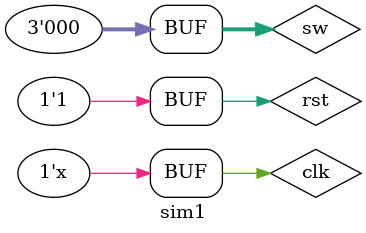
<source format=v>
`timescale 1ns / 1ps


module sim1(
   
 );
   reg clk;
    reg rst;
    reg [2:0] sw;
    wire [3:0] pix_r ; wire [3:0] pix_g; wire [3:0] pix_b;
    wire [10:0] curr_x,curr_y;
    wire hsync; wire vsync;
    initial begin
    #1
    clk=0;
    rst=0;
    
    sw =3'b000;
    
    #10 
    rst=1;
    end
    
    always begin 
        #1 clk=~clk;
    end
    vga VGAINST( .clk(clk),.rst(rst), .sw(sw),.pix_r(pix_r),.pix_g(pix_g),.pix_b(pix_b),.hsync(hsync),.vsync(vsync),.curr_x(curr_x),.curr_y(curr_y));
endmodule

</source>
